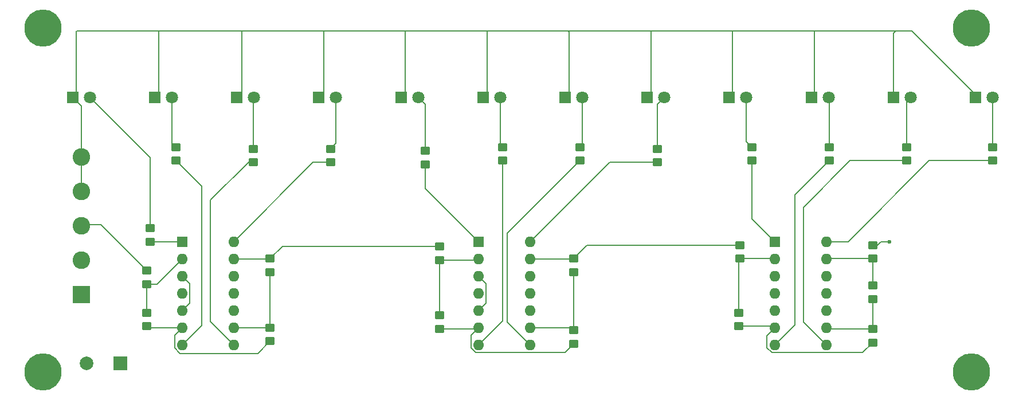
<source format=gbr>
%TF.GenerationSoftware,KiCad,Pcbnew,8.0.3*%
%TF.CreationDate,2024-07-16T13:50:52-06:00*%
%TF.ProjectId,SolarTelescope_LED_PCB,536f6c61-7254-4656-9c65-73636f70655f,1.0*%
%TF.SameCoordinates,Original*%
%TF.FileFunction,Copper,L1,Top*%
%TF.FilePolarity,Positive*%
%FSLAX46Y46*%
G04 Gerber Fmt 4.6, Leading zero omitted, Abs format (unit mm)*
G04 Created by KiCad (PCBNEW 8.0.3) date 2024-07-16 13:50:52*
%MOMM*%
%LPD*%
G01*
G04 APERTURE LIST*
G04 Aperture macros list*
%AMRoundRect*
0 Rectangle with rounded corners*
0 $1 Rounding radius*
0 $2 $3 $4 $5 $6 $7 $8 $9 X,Y pos of 4 corners*
0 Add a 4 corners polygon primitive as box body*
4,1,4,$2,$3,$4,$5,$6,$7,$8,$9,$2,$3,0*
0 Add four circle primitives for the rounded corners*
1,1,$1+$1,$2,$3*
1,1,$1+$1,$4,$5*
1,1,$1+$1,$6,$7*
1,1,$1+$1,$8,$9*
0 Add four rect primitives between the rounded corners*
20,1,$1+$1,$2,$3,$4,$5,0*
20,1,$1+$1,$4,$5,$6,$7,0*
20,1,$1+$1,$6,$7,$8,$9,0*
20,1,$1+$1,$8,$9,$2,$3,0*%
G04 Aperture macros list end*
%TA.AperFunction,SMDPad,CuDef*%
%ADD10RoundRect,0.250000X0.450000X-0.350000X0.450000X0.350000X-0.450000X0.350000X-0.450000X-0.350000X0*%
%TD*%
%TA.AperFunction,SMDPad,CuDef*%
%ADD11RoundRect,0.250000X-0.450000X0.350000X-0.450000X-0.350000X0.450000X-0.350000X0.450000X0.350000X0*%
%TD*%
%TA.AperFunction,ComponentPad*%
%ADD12R,1.800000X1.800000*%
%TD*%
%TA.AperFunction,ComponentPad*%
%ADD13C,1.800000*%
%TD*%
%TA.AperFunction,ComponentPad*%
%ADD14C,5.500000*%
%TD*%
%TA.AperFunction,ComponentPad*%
%ADD15R,1.600000X1.600000*%
%TD*%
%TA.AperFunction,ComponentPad*%
%ADD16O,1.600000X1.600000*%
%TD*%
%TA.AperFunction,ComponentPad*%
%ADD17R,2.600000X2.600000*%
%TD*%
%TA.AperFunction,ComponentPad*%
%ADD18C,2.600000*%
%TD*%
%TA.AperFunction,ComponentPad*%
%ADD19R,2.000000X2.000000*%
%TD*%
%TA.AperFunction,ComponentPad*%
%ADD20C,2.000000*%
%TD*%
%TA.AperFunction,ViaPad*%
%ADD21C,0.600000*%
%TD*%
%TA.AperFunction,Conductor*%
%ADD22C,0.200000*%
%TD*%
G04 APERTURE END LIST*
D10*
%TO.P,R4,1*%
%TO.N,Net-(U1C--)*%
X103415000Y-93210000D03*
%TO.P,R4,2*%
%TO.N,Net-(U1D--)*%
X103415000Y-91210000D03*
%TD*%
%TO.P,R8,1*%
%TO.N,Net-(U2C--)*%
X148215000Y-93210000D03*
%TO.P,R8,2*%
%TO.N,Net-(U2D--)*%
X148215000Y-91210000D03*
%TD*%
D11*
%TO.P,R2,1*%
%TO.N,Net-(U1A--)*%
X85215000Y-99210000D03*
%TO.P,R2,2*%
%TO.N,Net-(U1B--)*%
X85215000Y-101210000D03*
%TD*%
D12*
%TO.P,D6,1,K*%
%TO.N,GND*%
X134858635Y-67410000D03*
D13*
%TO.P,D6,2,A*%
%TO.N,Net-(D6-A)*%
X137398635Y-67410000D03*
%TD*%
D10*
%TO.P,R3,1*%
%TO.N,Net-(U1B--)*%
X103415000Y-103410000D03*
%TO.P,R3,2*%
%TO.N,Net-(U1C--)*%
X103415000Y-101410000D03*
%TD*%
D12*
%TO.P,D12,1,K*%
%TO.N,GND*%
X207595000Y-67410000D03*
D13*
%TO.P,D12,2,A*%
%TO.N,Net-(D12-A)*%
X210135000Y-67410000D03*
%TD*%
D12*
%TO.P,D1,1,K*%
%TO.N,GND*%
X74245000Y-67410000D03*
D13*
%TO.P,D1,2,A*%
%TO.N,Net-(D1-A)*%
X76785000Y-67410000D03*
%TD*%
D14*
%TO.P,REF\u002A\u002A,1*%
%TO.N,N/C*%
X69850000Y-57150000D03*
%TD*%
%TO.P,REF\u002A\u002A,1*%
%TO.N,N/C*%
X207010000Y-57150000D03*
%TD*%
D10*
%TO.P,R22,1*%
%TO.N,Net-(R22-Pad1)*%
X174575000Y-76730000D03*
%TO.P,R22,2*%
%TO.N,Net-(D9-A)*%
X174575000Y-74730000D03*
%TD*%
%TO.P,R13,1*%
%TO.N,Net-(U3D--)*%
X192415000Y-91210000D03*
%TO.P,R13,2*%
%TO.N,GND*%
X192415000Y-89210000D03*
%TD*%
%TO.P,R24,1*%
%TO.N,Net-(R24-Pad1)*%
X197435000Y-76730000D03*
%TO.P,R24,2*%
%TO.N,Net-(D11-A)*%
X197435000Y-74730000D03*
%TD*%
%TO.P,R16,1*%
%TO.N,Net-(R16-Pad1)*%
X100915000Y-77000000D03*
%TO.P,R16,2*%
%TO.N,Net-(D3-A)*%
X100915000Y-75000000D03*
%TD*%
%TO.P,R15,1*%
%TO.N,Net-(R15-Pad1)*%
X89485000Y-76730000D03*
%TO.P,R15,2*%
%TO.N,Net-(D2-A)*%
X89485000Y-74730000D03*
%TD*%
D15*
%TO.P,U1,1*%
%TO.N,Net-(R14-Pad1)*%
X90420000Y-88730000D03*
D16*
%TO.P,U1,2,-*%
%TO.N,Net-(U1A--)*%
X90420000Y-91270000D03*
%TO.P,U1,3,+*%
%TO.N,Vin*%
X90420000Y-93810000D03*
%TO.P,U1,4,V+*%
%TO.N,+15VDC*%
X90420000Y-96350000D03*
%TO.P,U1,5,+*%
%TO.N,Vin*%
X90420000Y-98890000D03*
%TO.P,U1,6,-*%
%TO.N,Net-(U1B--)*%
X90420000Y-101430000D03*
%TO.P,U1,7*%
%TO.N,Net-(R15-Pad1)*%
X90420000Y-103970000D03*
%TO.P,U1,8*%
%TO.N,Net-(R16-Pad1)*%
X98040000Y-103970000D03*
%TO.P,U1,9,-*%
%TO.N,Net-(U1C--)*%
X98040000Y-101430000D03*
%TO.P,U1,10,+*%
%TO.N,Vin*%
X98040000Y-98890000D03*
%TO.P,U1,11,V-*%
%TO.N,GND*%
X98040000Y-96350000D03*
%TO.P,U1,12,+*%
%TO.N,Vin*%
X98040000Y-93810000D03*
%TO.P,U1,13,-*%
%TO.N,Net-(U1D--)*%
X98040000Y-91270000D03*
%TO.P,U1,14*%
%TO.N,Net-(R17-Pad1)*%
X98040000Y-88730000D03*
%TD*%
D11*
%TO.P,R9,1*%
%TO.N,Net-(U2D--)*%
X172815000Y-89210000D03*
%TO.P,R9,2*%
%TO.N,Net-(U3A--)*%
X172815000Y-91210000D03*
%TD*%
D10*
%TO.P,R21,1*%
%TO.N,Net-(R21-Pad1)*%
X160605000Y-77000000D03*
%TO.P,R21,2*%
%TO.N,Net-(D8-A)*%
X160605000Y-75000000D03*
%TD*%
%TO.P,R18,1*%
%TO.N,Net-(R18-Pad1)*%
X126315000Y-77270000D03*
%TO.P,R18,2*%
%TO.N,Net-(D5-A)*%
X126315000Y-75270000D03*
%TD*%
D12*
%TO.P,D2,1,K*%
%TO.N,GND*%
X86367727Y-67410000D03*
D13*
%TO.P,D2,2,A*%
%TO.N,Net-(D2-A)*%
X88907727Y-67410000D03*
%TD*%
D10*
%TO.P,R25,1*%
%TO.N,Net-(R25-Pad1)*%
X210135000Y-76730000D03*
%TO.P,R25,2*%
%TO.N,Net-(D12-A)*%
X210135000Y-74730000D03*
%TD*%
D12*
%TO.P,D5,1,K*%
%TO.N,GND*%
X122735908Y-67410000D03*
D13*
%TO.P,D5,2,A*%
%TO.N,Net-(D5-A)*%
X125275908Y-67410000D03*
%TD*%
D10*
%TO.P,R19,1*%
%TO.N,Net-(R19-Pad1)*%
X137745000Y-76730000D03*
%TO.P,R19,2*%
%TO.N,Net-(D6-A)*%
X137745000Y-74730000D03*
%TD*%
D15*
%TO.P,U2,1*%
%TO.N,Net-(R18-Pad1)*%
X134195000Y-88730000D03*
D16*
%TO.P,U2,2,-*%
%TO.N,Net-(U2A--)*%
X134195000Y-91270000D03*
%TO.P,U2,3,+*%
%TO.N,Vin*%
X134195000Y-93810000D03*
%TO.P,U2,4,V+*%
%TO.N,+15VDC*%
X134195000Y-96350000D03*
%TO.P,U2,5,+*%
%TO.N,Vin*%
X134195000Y-98890000D03*
%TO.P,U2,6,-*%
%TO.N,Net-(U2B--)*%
X134195000Y-101430000D03*
%TO.P,U2,7*%
%TO.N,Net-(R19-Pad1)*%
X134195000Y-103970000D03*
%TO.P,U2,8*%
%TO.N,Net-(R20-Pad1)*%
X141815000Y-103970000D03*
%TO.P,U2,9,-*%
%TO.N,Net-(U2C--)*%
X141815000Y-101430000D03*
%TO.P,U2,10,+*%
%TO.N,Vin*%
X141815000Y-98890000D03*
%TO.P,U2,11,V-*%
%TO.N,GND*%
X141815000Y-96350000D03*
%TO.P,U2,12,+*%
%TO.N,Vin*%
X141815000Y-93810000D03*
%TO.P,U2,13,-*%
%TO.N,Net-(U2D--)*%
X141815000Y-91270000D03*
%TO.P,U2,14*%
%TO.N,Net-(R21-Pad1)*%
X141815000Y-88730000D03*
%TD*%
D10*
%TO.P,R7,1*%
%TO.N,Net-(U2B--)*%
X148215000Y-103810000D03*
%TO.P,R7,2*%
%TO.N,Net-(U2C--)*%
X148215000Y-101810000D03*
%TD*%
%TO.P,R17,1*%
%TO.N,Net-(R17-Pad1)*%
X112345000Y-77000000D03*
%TO.P,R17,2*%
%TO.N,Net-(D4-A)*%
X112345000Y-75000000D03*
%TD*%
D12*
%TO.P,D10,1,K*%
%TO.N,GND*%
X183349543Y-67410000D03*
D13*
%TO.P,D10,2,A*%
%TO.N,Net-(D10-A)*%
X185889543Y-67410000D03*
%TD*%
D12*
%TO.P,D7,1,K*%
%TO.N,GND*%
X146981362Y-67410000D03*
D13*
%TO.P,D7,2,A*%
%TO.N,Net-(D7-A)*%
X149521362Y-67410000D03*
%TD*%
D11*
%TO.P,R10,1*%
%TO.N,Net-(U3A--)*%
X172615000Y-99210000D03*
%TO.P,R10,2*%
%TO.N,Net-(U3B--)*%
X172615000Y-101210000D03*
%TD*%
D15*
%TO.P,U3,1*%
%TO.N,Net-(R22-Pad1)*%
X177970000Y-88730000D03*
D16*
%TO.P,U3,2,-*%
%TO.N,Net-(U3A--)*%
X177970000Y-91270000D03*
%TO.P,U3,3,+*%
%TO.N,Vin*%
X177970000Y-93810000D03*
%TO.P,U3,4,V+*%
%TO.N,+15VDC*%
X177970000Y-96350000D03*
%TO.P,U3,5,+*%
%TO.N,Vin*%
X177970000Y-98890000D03*
%TO.P,U3,6,-*%
%TO.N,Net-(U3B--)*%
X177970000Y-101430000D03*
%TO.P,U3,7*%
%TO.N,Net-(R23-Pad1)*%
X177970000Y-103970000D03*
%TO.P,U3,8*%
%TO.N,Net-(R24-Pad1)*%
X185590000Y-103970000D03*
%TO.P,U3,9,-*%
%TO.N,Net-(U3C--)*%
X185590000Y-101430000D03*
%TO.P,U3,10,+*%
%TO.N,Vin*%
X185590000Y-98890000D03*
%TO.P,U3,11,V-*%
%TO.N,GND*%
X185590000Y-96350000D03*
%TO.P,U3,12,+*%
%TO.N,Vin*%
X185590000Y-93810000D03*
%TO.P,U3,13,-*%
%TO.N,Net-(U3D--)*%
X185590000Y-91270000D03*
%TO.P,U3,14*%
%TO.N,Net-(R25-Pad1)*%
X185590000Y-88730000D03*
%TD*%
D11*
%TO.P,R5,1*%
%TO.N,Net-(U1D--)*%
X128415000Y-89410000D03*
%TO.P,R5,2*%
%TO.N,Net-(U2A--)*%
X128415000Y-91410000D03*
%TD*%
D14*
%TO.P,REF\u002A\u002A,1*%
%TO.N,N/C*%
X207010000Y-107950000D03*
%TD*%
D12*
%TO.P,D11,1,K*%
%TO.N,GND*%
X195472270Y-67410000D03*
D13*
%TO.P,D11,2,A*%
%TO.N,Net-(D11-A)*%
X198012270Y-67410000D03*
%TD*%
D14*
%TO.P,REF\u002A\u002A,1*%
%TO.N,N/C*%
X69850000Y-107950000D03*
%TD*%
D10*
%TO.P,R14,1*%
%TO.N,Net-(R14-Pad1)*%
X85675000Y-88700000D03*
%TO.P,R14,2*%
%TO.N,Net-(D1-A)*%
X85675000Y-86700000D03*
%TD*%
%TO.P,R12,1*%
%TO.N,Net-(U3C--)*%
X192415000Y-97210000D03*
%TO.P,R12,2*%
%TO.N,Net-(U3D--)*%
X192415000Y-95210000D03*
%TD*%
D11*
%TO.P,R1,1*%
%TO.N,+15VDC*%
X85215000Y-93010000D03*
%TO.P,R1,2*%
%TO.N,Net-(U1A--)*%
X85215000Y-95010000D03*
%TD*%
%TO.P,R6,1*%
%TO.N,Net-(U2A--)*%
X128415000Y-99610000D03*
%TO.P,R6,2*%
%TO.N,Net-(U2B--)*%
X128415000Y-101610000D03*
%TD*%
D12*
%TO.P,D3,1,K*%
%TO.N,GND*%
X98490454Y-67410000D03*
D13*
%TO.P,D3,2,A*%
%TO.N,Net-(D3-A)*%
X101030454Y-67410000D03*
%TD*%
D10*
%TO.P,R11,1*%
%TO.N,Net-(U3B--)*%
X192415000Y-103610000D03*
%TO.P,R11,2*%
%TO.N,Net-(U3C--)*%
X192415000Y-101610000D03*
%TD*%
D12*
%TO.P,D4,1,K*%
%TO.N,GND*%
X110613181Y-67410000D03*
D13*
%TO.P,D4,2,A*%
%TO.N,Net-(D4-A)*%
X113153181Y-67410000D03*
%TD*%
D12*
%TO.P,D9,1,K*%
%TO.N,GND*%
X171226816Y-67410000D03*
D13*
%TO.P,D9,2,A*%
%TO.N,Net-(D9-A)*%
X173766816Y-67410000D03*
%TD*%
D10*
%TO.P,R20,1*%
%TO.N,Net-(R20-Pad1)*%
X149175000Y-76730000D03*
%TO.P,R20,2*%
%TO.N,Net-(D7-A)*%
X149175000Y-74730000D03*
%TD*%
D12*
%TO.P,D8,1,K*%
%TO.N,GND*%
X159104089Y-67410000D03*
D13*
%TO.P,D8,2,A*%
%TO.N,Net-(D8-A)*%
X161644089Y-67410000D03*
%TD*%
D10*
%TO.P,R23,1*%
%TO.N,Net-(R23-Pad1)*%
X186005000Y-76730000D03*
%TO.P,R23,2*%
%TO.N,Net-(D10-A)*%
X186005000Y-74730000D03*
%TD*%
D17*
%TO.P,J1,1,Pin_1*%
%TO.N,Vin*%
X75565000Y-96520000D03*
D18*
%TO.P,J1,2,Pin_2*%
%TO.N,+15VDC*%
X75565000Y-91440000D03*
%TO.P,J1,3,Pin_3*%
X75565000Y-86360000D03*
%TO.P,J1,4,Pin_4*%
%TO.N,GND*%
X75565000Y-81280000D03*
%TO.P,J1,5,Pin_5*%
X75565000Y-76200000D03*
%TD*%
D19*
%TO.P,C1,1*%
%TO.N,+15VDC*%
X81280000Y-106680000D03*
D20*
%TO.P,C1,2*%
%TO.N,GND*%
X76280000Y-106680000D03*
%TD*%
D21*
%TO.N,GND*%
X194895000Y-88700000D03*
%TD*%
D22*
%TO.N,Vin*%
X135295000Y-97790000D02*
X134195000Y-98890000D01*
X134195000Y-93810000D02*
X135295000Y-94910000D01*
X135295000Y-94910000D02*
X135295000Y-97790000D01*
%TO.N,Net-(D1-A)*%
X85675000Y-86700000D02*
X85675000Y-76300000D01*
X85675000Y-76300000D02*
X76785000Y-67410000D01*
%TO.N,GND*%
X83815000Y-57610000D02*
X86945000Y-57610000D01*
X74015000Y-68187280D02*
X74792280Y-67410000D01*
X86945000Y-57610000D02*
X87215000Y-57610000D01*
X123387732Y-67410000D02*
X123387732Y-57637268D01*
X198192280Y-57610000D02*
X207992280Y-67410000D01*
X159646821Y-57641821D02*
X159615000Y-57610000D01*
X74792280Y-57632720D02*
X74815000Y-57610000D01*
X109615000Y-57610000D02*
X111415000Y-57610000D01*
X194895000Y-88700000D02*
X193625000Y-88700000D01*
X111301369Y-57723631D02*
X111415000Y-57610000D01*
X170415000Y-57610000D02*
X171815000Y-57610000D01*
X99215006Y-67410000D02*
X99215006Y-57610006D01*
X75515000Y-76000000D02*
X75515000Y-81080000D01*
X135215000Y-57610000D02*
X135415000Y-57610000D01*
X135415000Y-57610000D02*
X147015000Y-57610000D01*
X193115000Y-89210000D02*
X192415000Y-89210000D01*
X159415000Y-57610000D02*
X159615000Y-57610000D01*
X183819547Y-67410000D02*
X183819547Y-57614547D01*
X123387732Y-57637268D02*
X123415000Y-57610000D01*
X198015000Y-57610000D02*
X198192280Y-57610000D01*
X171815000Y-57610000D02*
X183615000Y-57610000D01*
X185590000Y-96350000D02*
X185830000Y-96110000D01*
X75515000Y-68680000D02*
X74245000Y-67410000D01*
X74792280Y-67410000D02*
X74792280Y-57632720D01*
X147415000Y-57610000D02*
X159415000Y-57610000D01*
X195472270Y-57952730D02*
X195815000Y-57610000D01*
X99215000Y-57610000D02*
X109615000Y-57610000D01*
X111301369Y-67410000D02*
X111301369Y-57723631D01*
X87215000Y-57610000D02*
X97015000Y-57610000D01*
X97015000Y-57610000D02*
X99215000Y-57610000D01*
X74815000Y-57610000D02*
X83815000Y-57610000D01*
X123415000Y-57610000D02*
X135215000Y-57610000D01*
X99215006Y-57610006D02*
X99215000Y-57610000D01*
X195815000Y-57610000D02*
X198015000Y-57610000D01*
X147015000Y-57610000D02*
X147415000Y-57610000D01*
X135474095Y-67410000D02*
X135474095Y-57669095D01*
X86945000Y-67410000D02*
X86945000Y-57610000D01*
X111415000Y-57610000D02*
X123415000Y-57610000D01*
X135474095Y-57669095D02*
X135415000Y-57610000D01*
X159615000Y-57610000D02*
X170415000Y-57610000D01*
X159646821Y-67410000D02*
X159646821Y-57641821D01*
X195472270Y-67410000D02*
X195472270Y-57952730D01*
X147560458Y-57755458D02*
X147415000Y-57610000D01*
X75515000Y-76000000D02*
X75515000Y-68680000D01*
X183615000Y-57610000D02*
X183815000Y-57610000D01*
X193625000Y-88700000D02*
X193115000Y-89210000D01*
X147560458Y-67410000D02*
X147560458Y-57755458D01*
X171733184Y-67410000D02*
X171733184Y-57691816D01*
X183815000Y-57610000D02*
X195815000Y-57610000D01*
X171733184Y-57691816D02*
X171815000Y-57610000D01*
X183819547Y-57614547D02*
X183815000Y-57610000D01*
%TO.N,Net-(D2-A)*%
X88907727Y-74152727D02*
X89485000Y-74730000D01*
X88907727Y-67410000D02*
X88907727Y-74152727D01*
%TO.N,Net-(D3-A)*%
X100915000Y-67525454D02*
X101030454Y-67410000D01*
X100915000Y-75000000D02*
X100915000Y-67525454D01*
%TO.N,Net-(D4-A)*%
X113153181Y-74191819D02*
X112345000Y-75000000D01*
X113153181Y-67410000D02*
X113153181Y-74191819D01*
%TO.N,Net-(D5-A)*%
X126315000Y-75270000D02*
X126315000Y-68449092D01*
X126315000Y-68449092D02*
X125275908Y-67410000D01*
%TO.N,Net-(D6-A)*%
X137398635Y-74383635D02*
X137745000Y-74730000D01*
X137398635Y-67410000D02*
X137398635Y-74383635D01*
%TO.N,Net-(D7-A)*%
X149521362Y-67410000D02*
X149521362Y-74383638D01*
X149521362Y-74383638D02*
X149175000Y-74730000D01*
%TO.N,Net-(D8-A)*%
X160605000Y-68449089D02*
X160605000Y-75000000D01*
X161644089Y-67410000D02*
X160605000Y-68449089D01*
%TO.N,Net-(D9-A)*%
X173766816Y-73921816D02*
X174575000Y-74730000D01*
X173766816Y-67410000D02*
X173766816Y-73921816D01*
%TO.N,Net-(D10-A)*%
X186005000Y-74730000D02*
X186005000Y-67525457D01*
X186005000Y-67525457D02*
X185889543Y-67410000D01*
%TO.N,Net-(D11-A)*%
X197435000Y-74730000D02*
X197435000Y-67987270D01*
X197435000Y-67987270D02*
X198012270Y-67410000D01*
%TO.N,Net-(D12-A)*%
X210135000Y-67410000D02*
X210135000Y-74730000D01*
%TO.N,Net-(U1A--)*%
X85215000Y-95010000D02*
X86680000Y-95010000D01*
X86680000Y-95010000D02*
X90420000Y-91270000D01*
X85215000Y-99210000D02*
X85215000Y-95010000D01*
%TO.N,+15VDC*%
X75515000Y-86160000D02*
X78365000Y-86160000D01*
X78365000Y-86160000D02*
X85215000Y-93010000D01*
%TO.N,Net-(U1B--)*%
X90104365Y-105210000D02*
X89320000Y-104425635D01*
X90420000Y-101430000D02*
X85435000Y-101430000D01*
X101615000Y-105210000D02*
X90104365Y-105210000D01*
X85435000Y-101430000D02*
X85215000Y-101210000D01*
X89320000Y-104425635D02*
X89320000Y-102530000D01*
X103415000Y-103410000D02*
X101615000Y-105210000D01*
X89320000Y-102530000D02*
X90420000Y-101430000D01*
%TO.N,Net-(U1C--)*%
X98060000Y-101410000D02*
X98040000Y-101430000D01*
X103415000Y-101410000D02*
X103415000Y-93210000D01*
X103415000Y-101410000D02*
X98060000Y-101410000D01*
%TO.N,Net-(U1D--)*%
X98040000Y-91270000D02*
X103355000Y-91270000D01*
X103355000Y-91270000D02*
X103415000Y-91210000D01*
X128415000Y-89410000D02*
X105215000Y-89410000D01*
X105215000Y-89410000D02*
X103415000Y-91210000D01*
%TO.N,Net-(U2A--)*%
X134055000Y-91410000D02*
X134195000Y-91270000D01*
X128415000Y-91410000D02*
X134055000Y-91410000D01*
X128415000Y-91410000D02*
X128415000Y-99610000D01*
%TO.N,Net-(U2B--)*%
X133095000Y-102530000D02*
X134195000Y-101430000D01*
X146955000Y-105070000D02*
X133739365Y-105070000D01*
X133739365Y-105070000D02*
X133095000Y-104425635D01*
X134015000Y-101610000D02*
X134195000Y-101430000D01*
X133095000Y-104425635D02*
X133095000Y-102530000D01*
X128415000Y-101610000D02*
X134015000Y-101610000D01*
X148215000Y-103810000D02*
X146955000Y-105070000D01*
%TO.N,Net-(U2C--)*%
X147835000Y-101430000D02*
X148215000Y-101810000D01*
X141815000Y-101430000D02*
X147835000Y-101430000D01*
X148215000Y-93210000D02*
X148215000Y-101810000D01*
%TO.N,Net-(U2D--)*%
X172815000Y-89210000D02*
X150215000Y-89210000D01*
X147815000Y-91210000D02*
X147755000Y-91270000D01*
X147755000Y-91270000D02*
X141815000Y-91270000D01*
X150215000Y-89210000D02*
X148215000Y-91210000D01*
X148215000Y-91210000D02*
X147815000Y-91210000D01*
%TO.N,Net-(U3A--)*%
X172615000Y-99210000D02*
X172615000Y-91410000D01*
X172815000Y-91210000D02*
X177910000Y-91210000D01*
X172615000Y-91410000D02*
X172815000Y-91210000D01*
X177910000Y-91210000D02*
X177970000Y-91270000D01*
%TO.N,Net-(U3B--)*%
X172615000Y-101210000D02*
X177750000Y-101210000D01*
X177750000Y-101210000D02*
X177970000Y-101430000D01*
X176815000Y-102585000D02*
X177970000Y-101430000D01*
X190955000Y-105070000D02*
X177514365Y-105070000D01*
X177514365Y-105070000D02*
X176815000Y-104370635D01*
X192415000Y-103610000D02*
X190955000Y-105070000D01*
X176815000Y-104370635D02*
X176815000Y-102585000D01*
%TO.N,Net-(U3C--)*%
X192415000Y-97210000D02*
X192415000Y-101610000D01*
X192415000Y-101610000D02*
X185770000Y-101610000D01*
X185770000Y-101610000D02*
X185590000Y-101430000D01*
%TO.N,Net-(U3D--)*%
X192415000Y-91210000D02*
X185650000Y-91210000D01*
X185650000Y-91210000D02*
X185590000Y-91270000D01*
X192415000Y-95210000D02*
X192415000Y-91210000D01*
%TO.N,Net-(R14-Pad1)*%
X85675000Y-88700000D02*
X90390000Y-88700000D01*
X90390000Y-88700000D02*
X90420000Y-88730000D01*
%TO.N,Net-(R15-Pad1)*%
X93295000Y-80540000D02*
X93295000Y-101095000D01*
X93295000Y-101095000D02*
X90420000Y-103970000D01*
X89485000Y-76730000D02*
X93295000Y-80540000D01*
%TO.N,Net-(R16-Pad1)*%
X94615000Y-100545000D02*
X98040000Y-103970000D01*
X100215000Y-77000000D02*
X94615000Y-82600000D01*
X100915000Y-77000000D02*
X100215000Y-77000000D01*
X94615000Y-82600000D02*
X94615000Y-100545000D01*
%TO.N,Net-(R17-Pad1)*%
X109770000Y-77000000D02*
X98040000Y-88730000D01*
X112345000Y-77000000D02*
X109770000Y-77000000D01*
%TO.N,Net-(R18-Pad1)*%
X126315000Y-77270000D02*
X126315000Y-80850000D01*
X126315000Y-80850000D02*
X134195000Y-88730000D01*
%TO.N,Net-(R19-Pad1)*%
X137745000Y-100420000D02*
X134195000Y-103970000D01*
X137745000Y-76730000D02*
X137745000Y-100420000D01*
%TO.N,Net-(R20-Pad1)*%
X138415000Y-100570000D02*
X141815000Y-103970000D01*
X138415000Y-87410000D02*
X138415000Y-97590000D01*
X149175000Y-76730000D02*
X138415000Y-87490000D01*
X138415000Y-87490000D02*
X138415000Y-97590000D01*
X138415000Y-97590000D02*
X138415000Y-100570000D01*
%TO.N,Net-(R21-Pad1)*%
X160605000Y-77000000D02*
X153545000Y-77000000D01*
X153545000Y-77000000D02*
X141815000Y-88730000D01*
%TO.N,Net-(R22-Pad1)*%
X174575000Y-85335000D02*
X177970000Y-88730000D01*
X174575000Y-76730000D02*
X174575000Y-85335000D01*
%TO.N,Net-(R23-Pad1)*%
X180948333Y-100991667D02*
X177970000Y-103970000D01*
X180948333Y-81786667D02*
X180948333Y-100991667D01*
X186005000Y-76730000D02*
X180948333Y-81786667D01*
%TO.N,Net-(R24-Pad1)*%
X197435000Y-76730000D02*
X189085000Y-76730000D01*
X182195000Y-100575000D02*
X185590000Y-103970000D01*
X189085000Y-76730000D02*
X182195000Y-83620000D01*
X182195000Y-83620000D02*
X182195000Y-100575000D01*
%TO.N,Net-(R25-Pad1)*%
X200765635Y-76730000D02*
X188765635Y-88730000D01*
X188765635Y-88730000D02*
X185590000Y-88730000D01*
X210135000Y-76730000D02*
X200765635Y-76730000D01*
%TO.N,Vin*%
X177970000Y-98890000D02*
X177550000Y-99310000D01*
X90420000Y-93810000D02*
X91520000Y-94910000D01*
X91520000Y-94910000D02*
X91520000Y-97790000D01*
X91520000Y-97790000D02*
X90420000Y-98890000D01*
%TD*%
M02*

</source>
